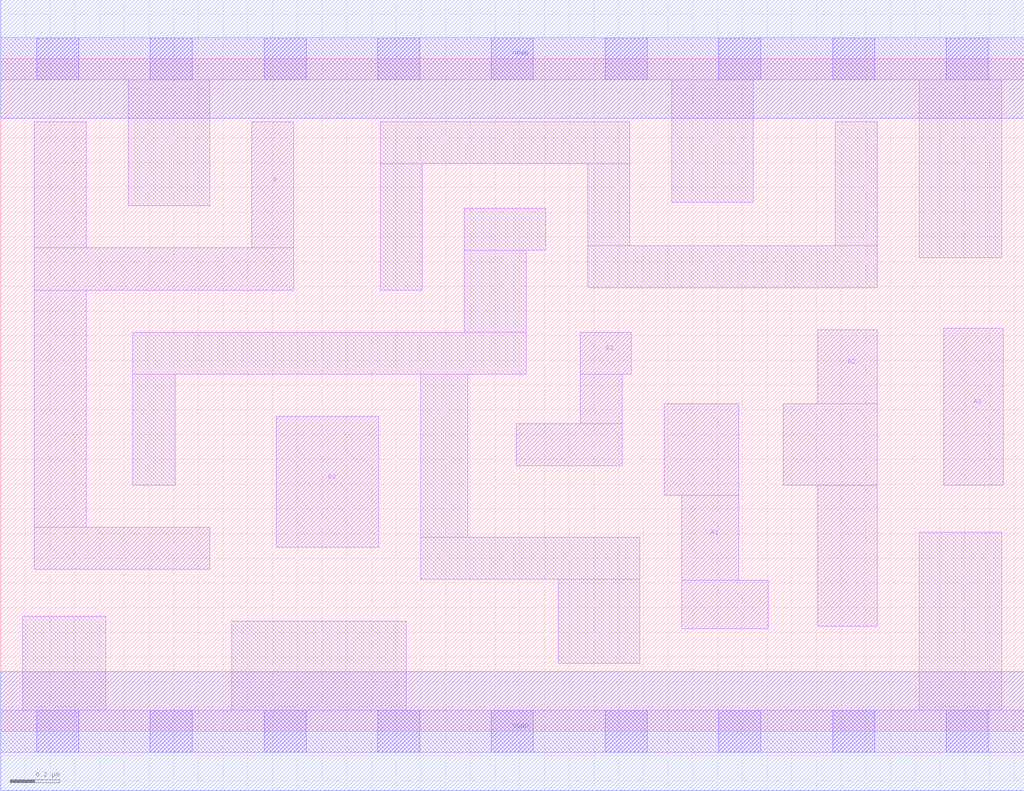
<source format=lef>
# Copyright 2020 The SkyWater PDK Authors
#
# Licensed under the Apache License, Version 2.0 (the "License");
# you may not use this file except in compliance with the License.
# You may obtain a copy of the License at
#
#     https://www.apache.org/licenses/LICENSE-2.0
#
# Unless required by applicable law or agreed to in writing, software
# distributed under the License is distributed on an "AS IS" BASIS,
# WITHOUT WARRANTIES OR CONDITIONS OF ANY KIND, either express or implied.
# See the License for the specific language governing permissions and
# limitations under the License.
#
# SPDX-License-Identifier: Apache-2.0

VERSION 5.7 ;
  NAMESCASESENSITIVE ON ;
  NOWIREEXTENSIONATPIN ON ;
  DIVIDERCHAR "/" ;
  BUSBITCHARS "[]" ;
UNITS
  DATABASE MICRONS 200 ;
END UNITS
MACRO sky130_fd_sc_hd__a32o_2
  CLASS CORE ;
  SOURCE USER ;
  FOREIGN sky130_fd_sc_hd__a32o_2 ;
  ORIGIN  0.000000  0.000000 ;
  SIZE  4.140000 BY  2.720000 ;
  SYMMETRY X Y R90 ;
  SITE unithd ;
  PIN A1
    ANTENNAGATEAREA  0.247500 ;
    DIRECTION INPUT ;
    USE SIGNAL ;
    PORT
      LAYER li1 ;
        RECT 2.685000 0.955000 2.985000 1.325000 ;
        RECT 2.755000 0.415000 3.105000 0.610000 ;
        RECT 2.755000 0.610000 2.985000 0.955000 ;
    END
  END A1
  PIN A2
    ANTENNAGATEAREA  0.247500 ;
    DIRECTION INPUT ;
    USE SIGNAL ;
    PORT
      LAYER li1 ;
        RECT 3.165000 0.995000 3.545000 1.325000 ;
        RECT 3.305000 0.425000 3.545000 0.995000 ;
        RECT 3.305000 1.325000 3.545000 1.625000 ;
    END
  END A2
  PIN A3
    ANTENNAGATEAREA  0.247500 ;
    DIRECTION INPUT ;
    USE SIGNAL ;
    PORT
      LAYER li1 ;
        RECT 3.815000 0.995000 4.055000 1.630000 ;
    END
  END A3
  PIN B1
    ANTENNAGATEAREA  0.247500 ;
    DIRECTION INPUT ;
    USE SIGNAL ;
    PORT
      LAYER li1 ;
        RECT 2.085000 1.075000 2.515000 1.245000 ;
        RECT 2.345000 1.245000 2.515000 1.445000 ;
        RECT 2.345000 1.445000 2.550000 1.615000 ;
    END
  END B1
  PIN B2
    ANTENNAGATEAREA  0.247500 ;
    DIRECTION INPUT ;
    USE SIGNAL ;
    PORT
      LAYER li1 ;
        RECT 1.115000 0.745000 1.530000 1.275000 ;
    END
  END B2
  PIN X
    ANTENNADIFFAREA  0.695500 ;
    DIRECTION OUTPUT ;
    USE SIGNAL ;
    PORT
      LAYER li1 ;
        RECT 0.135000 0.655000 0.845000 0.825000 ;
        RECT 0.135000 0.825000 0.345000 1.785000 ;
        RECT 0.135000 1.785000 1.185000 1.955000 ;
        RECT 0.135000 1.955000 0.345000 2.465000 ;
        RECT 1.015000 1.955000 1.185000 2.465000 ;
    END
  END X
  PIN VGND
    DIRECTION INOUT ;
    SHAPE ABUTMENT ;
    USE GROUND ;
    PORT
      LAYER met1 ;
        RECT 0.000000 -0.240000 4.140000 0.240000 ;
    END
  END VGND
  PIN VPWR
    DIRECTION INOUT ;
    SHAPE ABUTMENT ;
    USE POWER ;
    PORT
      LAYER met1 ;
        RECT 0.000000 2.480000 4.140000 2.960000 ;
    END
  END VPWR
  OBS
    LAYER li1 ;
      RECT 0.000000 -0.085000 4.140000 0.085000 ;
      RECT 0.000000  2.635000 4.140000 2.805000 ;
      RECT 0.090000  0.085000 0.425000 0.465000 ;
      RECT 0.515000  2.125000 0.845000 2.635000 ;
      RECT 0.535000  0.995000 0.705000 1.445000 ;
      RECT 0.535000  1.445000 2.125000 1.615000 ;
      RECT 0.935000  0.085000 1.640000 0.445000 ;
      RECT 1.535000  1.785000 1.705000 2.295000 ;
      RECT 1.535000  2.295000 2.545000 2.465000 ;
      RECT 1.700000  0.615000 2.585000 0.785000 ;
      RECT 1.700000  0.785000 1.890000 1.445000 ;
      RECT 1.875000  1.615000 2.125000 1.945000 ;
      RECT 1.875000  1.945000 2.205000 2.115000 ;
      RECT 2.255000  0.275000 2.585000 0.615000 ;
      RECT 2.375000  1.795000 3.545000 1.965000 ;
      RECT 2.375000  1.965000 2.545000 2.295000 ;
      RECT 2.715000  2.140000 3.045000 2.635000 ;
      RECT 3.375000  1.965000 3.545000 2.465000 ;
      RECT 3.715000  0.085000 4.050000 0.805000 ;
      RECT 3.715000  1.915000 4.050000 2.635000 ;
    LAYER mcon ;
      RECT 0.145000 -0.085000 0.315000 0.085000 ;
      RECT 0.145000  2.635000 0.315000 2.805000 ;
      RECT 0.605000 -0.085000 0.775000 0.085000 ;
      RECT 0.605000  2.635000 0.775000 2.805000 ;
      RECT 1.065000 -0.085000 1.235000 0.085000 ;
      RECT 1.065000  2.635000 1.235000 2.805000 ;
      RECT 1.525000 -0.085000 1.695000 0.085000 ;
      RECT 1.525000  2.635000 1.695000 2.805000 ;
      RECT 1.985000 -0.085000 2.155000 0.085000 ;
      RECT 1.985000  2.635000 2.155000 2.805000 ;
      RECT 2.445000 -0.085000 2.615000 0.085000 ;
      RECT 2.445000  2.635000 2.615000 2.805000 ;
      RECT 2.905000 -0.085000 3.075000 0.085000 ;
      RECT 2.905000  2.635000 3.075000 2.805000 ;
      RECT 3.365000 -0.085000 3.535000 0.085000 ;
      RECT 3.365000  2.635000 3.535000 2.805000 ;
      RECT 3.825000 -0.085000 3.995000 0.085000 ;
      RECT 3.825000  2.635000 3.995000 2.805000 ;
  END
END sky130_fd_sc_hd__a32o_2
END LIBRARY

</source>
